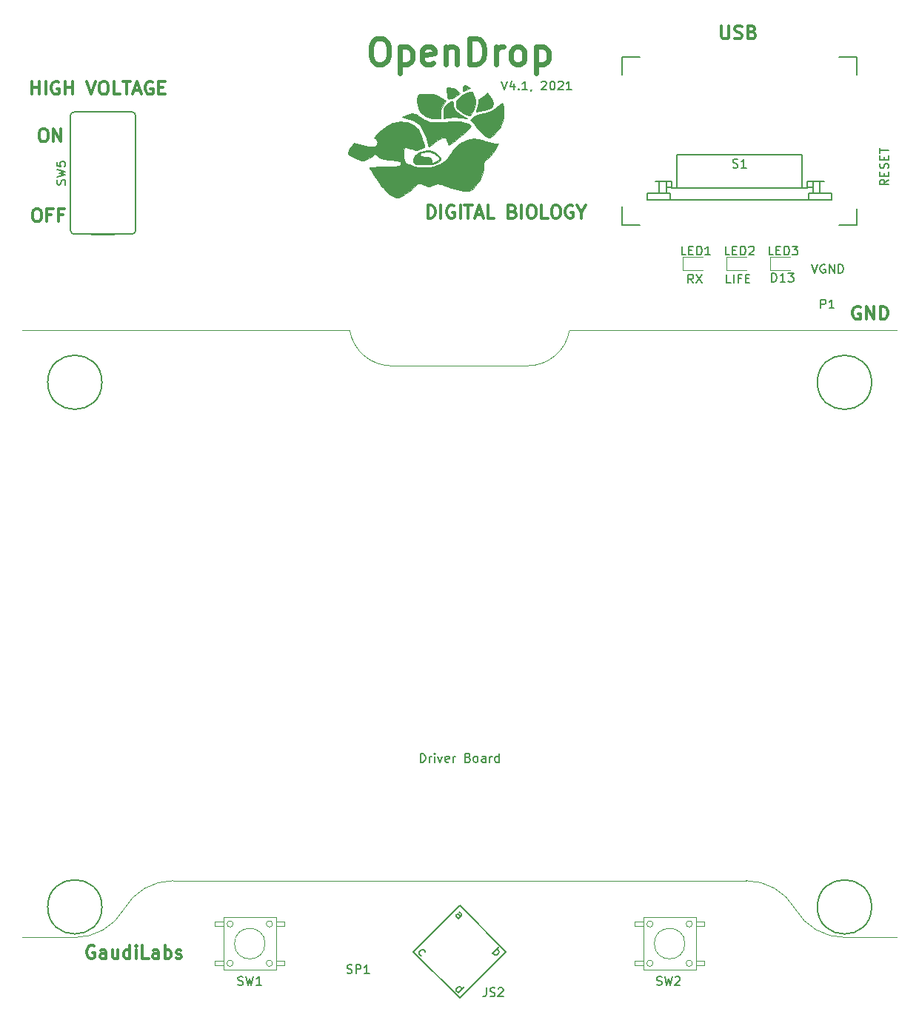
<source format=gbr>
G04 #@! TF.GenerationSoftware,KiCad,Pcbnew,5.1.5+dfsg1-2build2*
G04 #@! TF.CreationDate,2021-05-28T09:23:46+02:00*
G04 #@! TF.ProjectId,OpenDropV4,4f70656e-4472-46f7-9056-342e6b696361,rev?*
G04 #@! TF.SameCoordinates,Original*
G04 #@! TF.FileFunction,Legend,Top*
G04 #@! TF.FilePolarity,Positive*
%FSLAX46Y46*%
G04 Gerber Fmt 4.6, Leading zero omitted, Abs format (unit mm)*
G04 Created by KiCad (PCBNEW 5.1.5+dfsg1-2build2) date 2021-05-28 09:23:46*
%MOMM*%
%LPD*%
G04 APERTURE LIST*
%ADD10C,0.100000*%
%ADD11C,0.150000*%
%ADD12C,0.200000*%
%ADD13C,0.300000*%
%ADD14C,0.600000*%
%ADD15C,0.010000*%
%ADD16C,0.050000*%
%ADD17C,0.152400*%
%ADD18C,0.120000*%
G04 APERTURE END LIST*
D10*
X112600000Y-68000000D02*
X150000000Y-68000000D01*
X107716827Y-72115336D02*
G75*
G03X112570000Y-68027000I33173J4885336D01*
G01*
X92250000Y-72100000D02*
X107700000Y-72120000D01*
X92278753Y-72121673D02*
G75*
G02X87427000Y-68027000I-28753J4887673D01*
G01*
D11*
X95523809Y-117452380D02*
X95523809Y-116452380D01*
X95761904Y-116452380D01*
X95904761Y-116500000D01*
X96000000Y-116595238D01*
X96047619Y-116690476D01*
X96095238Y-116880952D01*
X96095238Y-117023809D01*
X96047619Y-117214285D01*
X96000000Y-117309523D01*
X95904761Y-117404761D01*
X95761904Y-117452380D01*
X95523809Y-117452380D01*
X96523809Y-117452380D02*
X96523809Y-116785714D01*
X96523809Y-116976190D02*
X96571428Y-116880952D01*
X96619047Y-116833333D01*
X96714285Y-116785714D01*
X96809523Y-116785714D01*
X97142857Y-117452380D02*
X97142857Y-116785714D01*
X97142857Y-116452380D02*
X97095238Y-116500000D01*
X97142857Y-116547619D01*
X97190476Y-116500000D01*
X97142857Y-116452380D01*
X97142857Y-116547619D01*
X97523809Y-116785714D02*
X97761904Y-117452380D01*
X98000000Y-116785714D01*
X98761904Y-117404761D02*
X98666666Y-117452380D01*
X98476190Y-117452380D01*
X98380952Y-117404761D01*
X98333333Y-117309523D01*
X98333333Y-116928571D01*
X98380952Y-116833333D01*
X98476190Y-116785714D01*
X98666666Y-116785714D01*
X98761904Y-116833333D01*
X98809523Y-116928571D01*
X98809523Y-117023809D01*
X98333333Y-117119047D01*
X99238095Y-117452380D02*
X99238095Y-116785714D01*
X99238095Y-116976190D02*
X99285714Y-116880952D01*
X99333333Y-116833333D01*
X99428571Y-116785714D01*
X99523809Y-116785714D01*
X100952380Y-116928571D02*
X101095238Y-116976190D01*
X101142857Y-117023809D01*
X101190476Y-117119047D01*
X101190476Y-117261904D01*
X101142857Y-117357142D01*
X101095238Y-117404761D01*
X101000000Y-117452380D01*
X100619047Y-117452380D01*
X100619047Y-116452380D01*
X100952380Y-116452380D01*
X101047619Y-116500000D01*
X101095238Y-116547619D01*
X101142857Y-116642857D01*
X101142857Y-116738095D01*
X101095238Y-116833333D01*
X101047619Y-116880952D01*
X100952380Y-116928571D01*
X100619047Y-116928571D01*
X101761904Y-117452380D02*
X101666666Y-117404761D01*
X101619047Y-117357142D01*
X101571428Y-117261904D01*
X101571428Y-116976190D01*
X101619047Y-116880952D01*
X101666666Y-116833333D01*
X101761904Y-116785714D01*
X101904761Y-116785714D01*
X102000000Y-116833333D01*
X102047619Y-116880952D01*
X102095238Y-116976190D01*
X102095238Y-117261904D01*
X102047619Y-117357142D01*
X102000000Y-117404761D01*
X101904761Y-117452380D01*
X101761904Y-117452380D01*
X102952380Y-117452380D02*
X102952380Y-116928571D01*
X102904761Y-116833333D01*
X102809523Y-116785714D01*
X102619047Y-116785714D01*
X102523809Y-116833333D01*
X102952380Y-117404761D02*
X102857142Y-117452380D01*
X102619047Y-117452380D01*
X102523809Y-117404761D01*
X102476190Y-117309523D01*
X102476190Y-117214285D01*
X102523809Y-117119047D01*
X102619047Y-117071428D01*
X102857142Y-117071428D01*
X102952380Y-117023809D01*
X103428571Y-117452380D02*
X103428571Y-116785714D01*
X103428571Y-116976190D02*
X103476190Y-116880952D01*
X103523809Y-116833333D01*
X103619047Y-116785714D01*
X103714285Y-116785714D01*
X104476190Y-117452380D02*
X104476190Y-116452380D01*
X104476190Y-117404761D02*
X104380952Y-117452380D01*
X104190476Y-117452380D01*
X104095238Y-117404761D01*
X104047619Y-117357142D01*
X104000000Y-117261904D01*
X104000000Y-116976190D01*
X104047619Y-116880952D01*
X104095238Y-116833333D01*
X104190476Y-116785714D01*
X104380952Y-116785714D01*
X104476190Y-116833333D01*
D10*
X144000000Y-137500000D02*
X150000000Y-137500000D01*
X132750417Y-130999277D02*
G75*
G02X138380000Y-134250000I-417J-6500723D01*
G01*
X144004583Y-137492062D02*
G75*
G02X138380000Y-134250000I-4583J6492062D01*
G01*
X61620835Y-134250000D02*
G75*
G02X67250000Y-131000000I5629165J-3250000D01*
G01*
X61629165Y-134250000D02*
G75*
G02X56000000Y-137500000I-5629165J3250000D01*
G01*
X50000000Y-137500000D02*
X56000000Y-137500000D01*
X67240000Y-131000000D02*
X132760000Y-131000000D01*
D11*
X149042380Y-50814380D02*
X148566190Y-51147714D01*
X149042380Y-51385809D02*
X148042380Y-51385809D01*
X148042380Y-51004857D01*
X148090000Y-50909619D01*
X148137619Y-50862000D01*
X148232857Y-50814380D01*
X148375714Y-50814380D01*
X148470952Y-50862000D01*
X148518571Y-50909619D01*
X148566190Y-51004857D01*
X148566190Y-51385809D01*
X148518571Y-50385809D02*
X148518571Y-50052476D01*
X149042380Y-49909619D02*
X149042380Y-50385809D01*
X148042380Y-50385809D01*
X148042380Y-49909619D01*
X148994761Y-49528666D02*
X149042380Y-49385809D01*
X149042380Y-49147714D01*
X148994761Y-49052476D01*
X148947142Y-49004857D01*
X148851904Y-48957238D01*
X148756666Y-48957238D01*
X148661428Y-49004857D01*
X148613809Y-49052476D01*
X148566190Y-49147714D01*
X148518571Y-49338190D01*
X148470952Y-49433428D01*
X148423333Y-49481047D01*
X148328095Y-49528666D01*
X148232857Y-49528666D01*
X148137619Y-49481047D01*
X148090000Y-49433428D01*
X148042380Y-49338190D01*
X148042380Y-49100095D01*
X148090000Y-48957238D01*
X148518571Y-48528666D02*
X148518571Y-48195333D01*
X149042380Y-48052476D02*
X149042380Y-48528666D01*
X148042380Y-48528666D01*
X148042380Y-48052476D01*
X148042380Y-47766761D02*
X148042380Y-47195333D01*
X149042380Y-47481047D02*
X148042380Y-47481047D01*
D12*
X140255857Y-60498380D02*
X140589190Y-61498380D01*
X140922523Y-60498380D01*
X141779666Y-60546000D02*
X141684428Y-60498380D01*
X141541571Y-60498380D01*
X141398714Y-60546000D01*
X141303476Y-60641238D01*
X141255857Y-60736476D01*
X141208238Y-60926952D01*
X141208238Y-61069809D01*
X141255857Y-61260285D01*
X141303476Y-61355523D01*
X141398714Y-61450761D01*
X141541571Y-61498380D01*
X141636809Y-61498380D01*
X141779666Y-61450761D01*
X141827285Y-61403142D01*
X141827285Y-61069809D01*
X141636809Y-61069809D01*
X142255857Y-61498380D02*
X142255857Y-60498380D01*
X142827285Y-61498380D01*
X142827285Y-60498380D01*
X143303476Y-61498380D02*
X143303476Y-60498380D01*
X143541571Y-60498380D01*
X143684428Y-60546000D01*
X143779666Y-60641238D01*
X143827285Y-60736476D01*
X143874904Y-60926952D01*
X143874904Y-61069809D01*
X143827285Y-61260285D01*
X143779666Y-61355523D01*
X143684428Y-61450761D01*
X143541571Y-61498380D01*
X143303476Y-61498380D01*
X135691714Y-62514380D02*
X135691714Y-61514380D01*
X135929809Y-61514380D01*
X136072666Y-61562000D01*
X136167904Y-61657238D01*
X136215523Y-61752476D01*
X136263142Y-61942952D01*
X136263142Y-62085809D01*
X136215523Y-62276285D01*
X136167904Y-62371523D01*
X136072666Y-62466761D01*
X135929809Y-62514380D01*
X135691714Y-62514380D01*
X137215523Y-62514380D02*
X136644095Y-62514380D01*
X136929809Y-62514380D02*
X136929809Y-61514380D01*
X136834571Y-61657238D01*
X136739333Y-61752476D01*
X136644095Y-61800095D01*
X137548857Y-61514380D02*
X138167904Y-61514380D01*
X137834571Y-61895333D01*
X137977428Y-61895333D01*
X138072666Y-61942952D01*
X138120285Y-61990571D01*
X138167904Y-62085809D01*
X138167904Y-62323904D01*
X138120285Y-62419142D01*
X138072666Y-62466761D01*
X137977428Y-62514380D01*
X137691714Y-62514380D01*
X137596476Y-62466761D01*
X137548857Y-62419142D01*
X131016476Y-62641380D02*
X130540285Y-62641380D01*
X130540285Y-61641380D01*
X131349809Y-62641380D02*
X131349809Y-61641380D01*
X132159333Y-62117571D02*
X131826000Y-62117571D01*
X131826000Y-62641380D02*
X131826000Y-61641380D01*
X132302190Y-61641380D01*
X132683142Y-62117571D02*
X133016476Y-62117571D01*
X133159333Y-62641380D02*
X132683142Y-62641380D01*
X132683142Y-61641380D01*
X133159333Y-61641380D01*
D13*
X129933142Y-33214571D02*
X129933142Y-34428857D01*
X130004571Y-34571714D01*
X130076000Y-34643142D01*
X130218857Y-34714571D01*
X130504571Y-34714571D01*
X130647428Y-34643142D01*
X130718857Y-34571714D01*
X130790285Y-34428857D01*
X130790285Y-33214571D01*
X131433142Y-34643142D02*
X131647428Y-34714571D01*
X132004571Y-34714571D01*
X132147428Y-34643142D01*
X132218857Y-34571714D01*
X132290285Y-34428857D01*
X132290285Y-34286000D01*
X132218857Y-34143142D01*
X132147428Y-34071714D01*
X132004571Y-34000285D01*
X131718857Y-33928857D01*
X131576000Y-33857428D01*
X131504571Y-33786000D01*
X131433142Y-33643142D01*
X131433142Y-33500285D01*
X131504571Y-33357428D01*
X131576000Y-33286000D01*
X131718857Y-33214571D01*
X132076000Y-33214571D01*
X132290285Y-33286000D01*
X133433142Y-33928857D02*
X133647428Y-34000285D01*
X133718857Y-34071714D01*
X133790285Y-34214571D01*
X133790285Y-34428857D01*
X133718857Y-34571714D01*
X133647428Y-34643142D01*
X133504571Y-34714571D01*
X132933142Y-34714571D01*
X132933142Y-33214571D01*
X133433142Y-33214571D01*
X133576000Y-33286000D01*
X133647428Y-33357428D01*
X133718857Y-33500285D01*
X133718857Y-33643142D01*
X133647428Y-33786000D01*
X133576000Y-33857428D01*
X133433142Y-33928857D01*
X132933142Y-33928857D01*
X58217571Y-138493000D02*
X58074714Y-138421571D01*
X57860428Y-138421571D01*
X57646142Y-138493000D01*
X57503285Y-138635857D01*
X57431857Y-138778714D01*
X57360428Y-139064428D01*
X57360428Y-139278714D01*
X57431857Y-139564428D01*
X57503285Y-139707285D01*
X57646142Y-139850142D01*
X57860428Y-139921571D01*
X58003285Y-139921571D01*
X58217571Y-139850142D01*
X58289000Y-139778714D01*
X58289000Y-139278714D01*
X58003285Y-139278714D01*
X59574714Y-139921571D02*
X59574714Y-139135857D01*
X59503285Y-138993000D01*
X59360428Y-138921571D01*
X59074714Y-138921571D01*
X58931857Y-138993000D01*
X59574714Y-139850142D02*
X59431857Y-139921571D01*
X59074714Y-139921571D01*
X58931857Y-139850142D01*
X58860428Y-139707285D01*
X58860428Y-139564428D01*
X58931857Y-139421571D01*
X59074714Y-139350142D01*
X59431857Y-139350142D01*
X59574714Y-139278714D01*
X60931857Y-138921571D02*
X60931857Y-139921571D01*
X60289000Y-138921571D02*
X60289000Y-139707285D01*
X60360428Y-139850142D01*
X60503285Y-139921571D01*
X60717571Y-139921571D01*
X60860428Y-139850142D01*
X60931857Y-139778714D01*
X62289000Y-139921571D02*
X62289000Y-138421571D01*
X62289000Y-139850142D02*
X62146142Y-139921571D01*
X61860428Y-139921571D01*
X61717571Y-139850142D01*
X61646142Y-139778714D01*
X61574714Y-139635857D01*
X61574714Y-139207285D01*
X61646142Y-139064428D01*
X61717571Y-138993000D01*
X61860428Y-138921571D01*
X62146142Y-138921571D01*
X62289000Y-138993000D01*
X63003285Y-139921571D02*
X63003285Y-138921571D01*
X63003285Y-138421571D02*
X62931857Y-138493000D01*
X63003285Y-138564428D01*
X63074714Y-138493000D01*
X63003285Y-138421571D01*
X63003285Y-138564428D01*
X64431857Y-139921571D02*
X63717571Y-139921571D01*
X63717571Y-138421571D01*
X65574714Y-139921571D02*
X65574714Y-139135857D01*
X65503285Y-138993000D01*
X65360428Y-138921571D01*
X65074714Y-138921571D01*
X64931857Y-138993000D01*
X65574714Y-139850142D02*
X65431857Y-139921571D01*
X65074714Y-139921571D01*
X64931857Y-139850142D01*
X64860428Y-139707285D01*
X64860428Y-139564428D01*
X64931857Y-139421571D01*
X65074714Y-139350142D01*
X65431857Y-139350142D01*
X65574714Y-139278714D01*
X66289000Y-139921571D02*
X66289000Y-138421571D01*
X66289000Y-138993000D02*
X66431857Y-138921571D01*
X66717571Y-138921571D01*
X66860428Y-138993000D01*
X66931857Y-139064428D01*
X67003285Y-139207285D01*
X67003285Y-139635857D01*
X66931857Y-139778714D01*
X66860428Y-139850142D01*
X66717571Y-139921571D01*
X66431857Y-139921571D01*
X66289000Y-139850142D01*
X67574714Y-139850142D02*
X67717571Y-139921571D01*
X68003285Y-139921571D01*
X68146142Y-139850142D01*
X68217571Y-139707285D01*
X68217571Y-139635857D01*
X68146142Y-139493000D01*
X68003285Y-139421571D01*
X67789000Y-139421571D01*
X67646142Y-139350142D01*
X67574714Y-139207285D01*
X67574714Y-139135857D01*
X67646142Y-138993000D01*
X67789000Y-138921571D01*
X68003285Y-138921571D01*
X68146142Y-138993000D01*
D12*
X104791380Y-39543380D02*
X105124714Y-40543380D01*
X105458047Y-39543380D01*
X106219952Y-39876714D02*
X106219952Y-40543380D01*
X105981857Y-39495761D02*
X105743761Y-40210047D01*
X106362809Y-40210047D01*
X106743761Y-40448142D02*
X106791380Y-40495761D01*
X106743761Y-40543380D01*
X106696142Y-40495761D01*
X106743761Y-40448142D01*
X106743761Y-40543380D01*
X107743761Y-40543380D02*
X107172333Y-40543380D01*
X107458047Y-40543380D02*
X107458047Y-39543380D01*
X107362809Y-39686238D01*
X107267571Y-39781476D01*
X107172333Y-39829095D01*
X108219952Y-40495761D02*
X108219952Y-40543380D01*
X108172333Y-40638619D01*
X108124714Y-40686238D01*
X109362809Y-39638619D02*
X109410428Y-39591000D01*
X109505666Y-39543380D01*
X109743761Y-39543380D01*
X109839000Y-39591000D01*
X109886619Y-39638619D01*
X109934238Y-39733857D01*
X109934238Y-39829095D01*
X109886619Y-39971952D01*
X109315190Y-40543380D01*
X109934238Y-40543380D01*
X110553285Y-39543380D02*
X110648523Y-39543380D01*
X110743761Y-39591000D01*
X110791380Y-39638619D01*
X110839000Y-39733857D01*
X110886619Y-39924333D01*
X110886619Y-40162428D01*
X110839000Y-40352904D01*
X110791380Y-40448142D01*
X110743761Y-40495761D01*
X110648523Y-40543380D01*
X110553285Y-40543380D01*
X110458047Y-40495761D01*
X110410428Y-40448142D01*
X110362809Y-40352904D01*
X110315190Y-40162428D01*
X110315190Y-39924333D01*
X110362809Y-39733857D01*
X110410428Y-39638619D01*
X110458047Y-39591000D01*
X110553285Y-39543380D01*
X111267571Y-39638619D02*
X111315190Y-39591000D01*
X111410428Y-39543380D01*
X111648523Y-39543380D01*
X111743761Y-39591000D01*
X111791380Y-39638619D01*
X111839000Y-39733857D01*
X111839000Y-39829095D01*
X111791380Y-39971952D01*
X111219952Y-40543380D01*
X111839000Y-40543380D01*
X112791380Y-40543380D02*
X112219952Y-40543380D01*
X112505666Y-40543380D02*
X112505666Y-39543380D01*
X112410428Y-39686238D01*
X112315190Y-39781476D01*
X112219952Y-39829095D01*
D13*
X145796142Y-65376000D02*
X145653285Y-65304571D01*
X145439000Y-65304571D01*
X145224714Y-65376000D01*
X145081857Y-65518857D01*
X145010428Y-65661714D01*
X144939000Y-65947428D01*
X144939000Y-66161714D01*
X145010428Y-66447428D01*
X145081857Y-66590285D01*
X145224714Y-66733142D01*
X145439000Y-66804571D01*
X145581857Y-66804571D01*
X145796142Y-66733142D01*
X145867571Y-66661714D01*
X145867571Y-66161714D01*
X145581857Y-66161714D01*
X146510428Y-66804571D02*
X146510428Y-65304571D01*
X147367571Y-66804571D01*
X147367571Y-65304571D01*
X148081857Y-66804571D02*
X148081857Y-65304571D01*
X148439000Y-65304571D01*
X148653285Y-65376000D01*
X148796142Y-65518857D01*
X148867571Y-65661714D01*
X148939000Y-65947428D01*
X148939000Y-66161714D01*
X148867571Y-66447428D01*
X148796142Y-66590285D01*
X148653285Y-66733142D01*
X148439000Y-66804571D01*
X148081857Y-66804571D01*
D12*
X126706333Y-62641380D02*
X126373000Y-62165190D01*
X126134904Y-62641380D02*
X126134904Y-61641380D01*
X126515857Y-61641380D01*
X126611095Y-61689000D01*
X126658714Y-61736619D01*
X126706333Y-61831857D01*
X126706333Y-61974714D01*
X126658714Y-62069952D01*
X126611095Y-62117571D01*
X126515857Y-62165190D01*
X126134904Y-62165190D01*
X127039666Y-61641380D02*
X127706333Y-62641380D01*
X127706333Y-61641380D02*
X127039666Y-62641380D01*
D13*
X51530428Y-54128571D02*
X51816142Y-54128571D01*
X51959000Y-54200000D01*
X52101857Y-54342857D01*
X52173285Y-54628571D01*
X52173285Y-55128571D01*
X52101857Y-55414285D01*
X51959000Y-55557142D01*
X51816142Y-55628571D01*
X51530428Y-55628571D01*
X51387571Y-55557142D01*
X51244714Y-55414285D01*
X51173285Y-55128571D01*
X51173285Y-54628571D01*
X51244714Y-54342857D01*
X51387571Y-54200000D01*
X51530428Y-54128571D01*
X53316142Y-54842857D02*
X52816142Y-54842857D01*
X52816142Y-55628571D02*
X52816142Y-54128571D01*
X53530428Y-54128571D01*
X54601857Y-54842857D02*
X54101857Y-54842857D01*
X54101857Y-55628571D02*
X54101857Y-54128571D01*
X54816142Y-54128571D01*
X52284428Y-44984571D02*
X52570142Y-44984571D01*
X52713000Y-45056000D01*
X52855857Y-45198857D01*
X52927285Y-45484571D01*
X52927285Y-45984571D01*
X52855857Y-46270285D01*
X52713000Y-46413142D01*
X52570142Y-46484571D01*
X52284428Y-46484571D01*
X52141571Y-46413142D01*
X51998714Y-46270285D01*
X51927285Y-45984571D01*
X51927285Y-45484571D01*
X51998714Y-45198857D01*
X52141571Y-45056000D01*
X52284428Y-44984571D01*
X53570142Y-46484571D02*
X53570142Y-44984571D01*
X54427285Y-46484571D01*
X54427285Y-44984571D01*
X51102571Y-41064571D02*
X51102571Y-39564571D01*
X51102571Y-40278857D02*
X51959714Y-40278857D01*
X51959714Y-41064571D02*
X51959714Y-39564571D01*
X52674000Y-41064571D02*
X52674000Y-39564571D01*
X54174000Y-39636000D02*
X54031142Y-39564571D01*
X53816857Y-39564571D01*
X53602571Y-39636000D01*
X53459714Y-39778857D01*
X53388285Y-39921714D01*
X53316857Y-40207428D01*
X53316857Y-40421714D01*
X53388285Y-40707428D01*
X53459714Y-40850285D01*
X53602571Y-40993142D01*
X53816857Y-41064571D01*
X53959714Y-41064571D01*
X54174000Y-40993142D01*
X54245428Y-40921714D01*
X54245428Y-40421714D01*
X53959714Y-40421714D01*
X54888285Y-41064571D02*
X54888285Y-39564571D01*
X54888285Y-40278857D02*
X55745428Y-40278857D01*
X55745428Y-41064571D02*
X55745428Y-39564571D01*
X57388285Y-39564571D02*
X57888285Y-41064571D01*
X58388285Y-39564571D01*
X59174000Y-39564571D02*
X59459714Y-39564571D01*
X59602571Y-39636000D01*
X59745428Y-39778857D01*
X59816857Y-40064571D01*
X59816857Y-40564571D01*
X59745428Y-40850285D01*
X59602571Y-40993142D01*
X59459714Y-41064571D01*
X59174000Y-41064571D01*
X59031142Y-40993142D01*
X58888285Y-40850285D01*
X58816857Y-40564571D01*
X58816857Y-40064571D01*
X58888285Y-39778857D01*
X59031142Y-39636000D01*
X59174000Y-39564571D01*
X61174000Y-41064571D02*
X60459714Y-41064571D01*
X60459714Y-39564571D01*
X61459714Y-39564571D02*
X62316857Y-39564571D01*
X61888285Y-41064571D02*
X61888285Y-39564571D01*
X62745428Y-40636000D02*
X63459714Y-40636000D01*
X62602571Y-41064571D02*
X63102571Y-39564571D01*
X63602571Y-41064571D01*
X64888285Y-39636000D02*
X64745428Y-39564571D01*
X64531142Y-39564571D01*
X64316857Y-39636000D01*
X64174000Y-39778857D01*
X64102571Y-39921714D01*
X64031142Y-40207428D01*
X64031142Y-40421714D01*
X64102571Y-40707428D01*
X64174000Y-40850285D01*
X64316857Y-40993142D01*
X64531142Y-41064571D01*
X64674000Y-41064571D01*
X64888285Y-40993142D01*
X64959714Y-40921714D01*
X64959714Y-40421714D01*
X64674000Y-40421714D01*
X65602571Y-40278857D02*
X66102571Y-40278857D01*
X66316857Y-41064571D02*
X65602571Y-41064571D01*
X65602571Y-39564571D01*
X66316857Y-39564571D01*
D14*
X90571428Y-34638142D02*
X91142857Y-34638142D01*
X91428571Y-34781000D01*
X91714285Y-35066714D01*
X91857142Y-35638142D01*
X91857142Y-36638142D01*
X91714285Y-37209571D01*
X91428571Y-37495285D01*
X91142857Y-37638142D01*
X90571428Y-37638142D01*
X90285714Y-37495285D01*
X90000000Y-37209571D01*
X89857142Y-36638142D01*
X89857142Y-35638142D01*
X90000000Y-35066714D01*
X90285714Y-34781000D01*
X90571428Y-34638142D01*
X93142857Y-35638142D02*
X93142857Y-38638142D01*
X93142857Y-35781000D02*
X93428571Y-35638142D01*
X94000000Y-35638142D01*
X94285714Y-35781000D01*
X94428571Y-35923857D01*
X94571428Y-36209571D01*
X94571428Y-37066714D01*
X94428571Y-37352428D01*
X94285714Y-37495285D01*
X94000000Y-37638142D01*
X93428571Y-37638142D01*
X93142857Y-37495285D01*
X97000000Y-37495285D02*
X96714285Y-37638142D01*
X96142857Y-37638142D01*
X95857142Y-37495285D01*
X95714285Y-37209571D01*
X95714285Y-36066714D01*
X95857142Y-35781000D01*
X96142857Y-35638142D01*
X96714285Y-35638142D01*
X97000000Y-35781000D01*
X97142857Y-36066714D01*
X97142857Y-36352428D01*
X95714285Y-36638142D01*
X98428571Y-35638142D02*
X98428571Y-37638142D01*
X98428571Y-35923857D02*
X98571428Y-35781000D01*
X98857142Y-35638142D01*
X99285714Y-35638142D01*
X99571428Y-35781000D01*
X99714285Y-36066714D01*
X99714285Y-37638142D01*
X101142857Y-37638142D02*
X101142857Y-34638142D01*
X101857142Y-34638142D01*
X102285714Y-34781000D01*
X102571428Y-35066714D01*
X102714285Y-35352428D01*
X102857142Y-35923857D01*
X102857142Y-36352428D01*
X102714285Y-36923857D01*
X102571428Y-37209571D01*
X102285714Y-37495285D01*
X101857142Y-37638142D01*
X101142857Y-37638142D01*
X104142857Y-37638142D02*
X104142857Y-35638142D01*
X104142857Y-36209571D02*
X104285714Y-35923857D01*
X104428571Y-35781000D01*
X104714285Y-35638142D01*
X105000000Y-35638142D01*
X106428571Y-37638142D02*
X106142857Y-37495285D01*
X106000000Y-37352428D01*
X105857142Y-37066714D01*
X105857142Y-36209571D01*
X106000000Y-35923857D01*
X106142857Y-35781000D01*
X106428571Y-35638142D01*
X106857142Y-35638142D01*
X107142857Y-35781000D01*
X107285714Y-35923857D01*
X107428571Y-36209571D01*
X107428571Y-37066714D01*
X107285714Y-37352428D01*
X107142857Y-37495285D01*
X106857142Y-37638142D01*
X106428571Y-37638142D01*
X108714285Y-35638142D02*
X108714285Y-38638142D01*
X108714285Y-35781000D02*
X109000000Y-35638142D01*
X109571428Y-35638142D01*
X109857142Y-35781000D01*
X110000000Y-35923857D01*
X110142857Y-36209571D01*
X110142857Y-37066714D01*
X110000000Y-37352428D01*
X109857142Y-37495285D01*
X109571428Y-37638142D01*
X109000000Y-37638142D01*
X108714285Y-37495285D01*
D13*
X96354428Y-55247571D02*
X96354428Y-53747571D01*
X96711571Y-53747571D01*
X96925857Y-53819000D01*
X97068714Y-53961857D01*
X97140142Y-54104714D01*
X97211571Y-54390428D01*
X97211571Y-54604714D01*
X97140142Y-54890428D01*
X97068714Y-55033285D01*
X96925857Y-55176142D01*
X96711571Y-55247571D01*
X96354428Y-55247571D01*
X97854428Y-55247571D02*
X97854428Y-53747571D01*
X99354428Y-53819000D02*
X99211571Y-53747571D01*
X98997285Y-53747571D01*
X98783000Y-53819000D01*
X98640142Y-53961857D01*
X98568714Y-54104714D01*
X98497285Y-54390428D01*
X98497285Y-54604714D01*
X98568714Y-54890428D01*
X98640142Y-55033285D01*
X98783000Y-55176142D01*
X98997285Y-55247571D01*
X99140142Y-55247571D01*
X99354428Y-55176142D01*
X99425857Y-55104714D01*
X99425857Y-54604714D01*
X99140142Y-54604714D01*
X100068714Y-55247571D02*
X100068714Y-53747571D01*
X100568714Y-53747571D02*
X101425857Y-53747571D01*
X100997285Y-55247571D02*
X100997285Y-53747571D01*
X101854428Y-54819000D02*
X102568714Y-54819000D01*
X101711571Y-55247571D02*
X102211571Y-53747571D01*
X102711571Y-55247571D01*
X103925857Y-55247571D02*
X103211571Y-55247571D01*
X103211571Y-53747571D01*
X106068714Y-54461857D02*
X106283000Y-54533285D01*
X106354428Y-54604714D01*
X106425857Y-54747571D01*
X106425857Y-54961857D01*
X106354428Y-55104714D01*
X106283000Y-55176142D01*
X106140142Y-55247571D01*
X105568714Y-55247571D01*
X105568714Y-53747571D01*
X106068714Y-53747571D01*
X106211571Y-53819000D01*
X106283000Y-53890428D01*
X106354428Y-54033285D01*
X106354428Y-54176142D01*
X106283000Y-54319000D01*
X106211571Y-54390428D01*
X106068714Y-54461857D01*
X105568714Y-54461857D01*
X107068714Y-55247571D02*
X107068714Y-53747571D01*
X108068714Y-53747571D02*
X108354428Y-53747571D01*
X108497285Y-53819000D01*
X108640142Y-53961857D01*
X108711571Y-54247571D01*
X108711571Y-54747571D01*
X108640142Y-55033285D01*
X108497285Y-55176142D01*
X108354428Y-55247571D01*
X108068714Y-55247571D01*
X107925857Y-55176142D01*
X107783000Y-55033285D01*
X107711571Y-54747571D01*
X107711571Y-54247571D01*
X107783000Y-53961857D01*
X107925857Y-53819000D01*
X108068714Y-53747571D01*
X110068714Y-55247571D02*
X109354428Y-55247571D01*
X109354428Y-53747571D01*
X110854428Y-53747571D02*
X111140142Y-53747571D01*
X111283000Y-53819000D01*
X111425857Y-53961857D01*
X111497285Y-54247571D01*
X111497285Y-54747571D01*
X111425857Y-55033285D01*
X111283000Y-55176142D01*
X111140142Y-55247571D01*
X110854428Y-55247571D01*
X110711571Y-55176142D01*
X110568714Y-55033285D01*
X110497285Y-54747571D01*
X110497285Y-54247571D01*
X110568714Y-53961857D01*
X110711571Y-53819000D01*
X110854428Y-53747571D01*
X112925857Y-53819000D02*
X112783000Y-53747571D01*
X112568714Y-53747571D01*
X112354428Y-53819000D01*
X112211571Y-53961857D01*
X112140142Y-54104714D01*
X112068714Y-54390428D01*
X112068714Y-54604714D01*
X112140142Y-54890428D01*
X112211571Y-55033285D01*
X112354428Y-55176142D01*
X112568714Y-55247571D01*
X112711571Y-55247571D01*
X112925857Y-55176142D01*
X112997285Y-55104714D01*
X112997285Y-54604714D01*
X112711571Y-54604714D01*
X113925857Y-54533285D02*
X113925857Y-55247571D01*
X113425857Y-53747571D02*
X113925857Y-54533285D01*
X114425857Y-53747571D01*
D10*
X50000000Y-68000000D02*
X87440000Y-68000000D01*
D11*
X59100000Y-134000000D02*
G75*
G03X59100000Y-134000000I-3100000J0D01*
G01*
D15*
G36*
X100639585Y-40006138D02*
G01*
X100788163Y-40086581D01*
X100923026Y-40175785D01*
X101223906Y-40389703D01*
X100820101Y-40526101D01*
X100609382Y-40595253D01*
X100448386Y-40644331D01*
X100373148Y-40662500D01*
X100342111Y-40607636D01*
X100330936Y-40487875D01*
X100359982Y-40301548D01*
X100430541Y-40123704D01*
X100520543Y-40003893D01*
X100555448Y-39983823D01*
X100639585Y-40006138D01*
G37*
X100639585Y-40006138D02*
X100788163Y-40086581D01*
X100923026Y-40175785D01*
X101223906Y-40389703D01*
X100820101Y-40526101D01*
X100609382Y-40595253D01*
X100448386Y-40644331D01*
X100373148Y-40662500D01*
X100342111Y-40607636D01*
X100330936Y-40487875D01*
X100359982Y-40301548D01*
X100430541Y-40123704D01*
X100520543Y-40003893D01*
X100555448Y-39983823D01*
X100639585Y-40006138D01*
G36*
X98821389Y-40257366D02*
G01*
X99036131Y-40307818D01*
X99260880Y-40375955D01*
X99459304Y-40452887D01*
X99504500Y-40474441D01*
X99698810Y-40596271D01*
X99870018Y-40740370D01*
X99879730Y-40750544D01*
X100032710Y-40914448D01*
X99725997Y-41185349D01*
X99462143Y-41383071D01*
X99221889Y-41482459D01*
X99160266Y-41494134D01*
X98968617Y-41529388D01*
X98819104Y-41569155D01*
X98796486Y-41577862D01*
X98717479Y-41580423D01*
X98652708Y-41492440D01*
X98610167Y-41381227D01*
X98572210Y-41212582D01*
X98544851Y-40985891D01*
X98529496Y-40738375D01*
X98527552Y-40507255D01*
X98540424Y-40329751D01*
X98567248Y-40245084D01*
X98652984Y-40233491D01*
X98821389Y-40257366D01*
G37*
X98821389Y-40257366D02*
X99036131Y-40307818D01*
X99260880Y-40375955D01*
X99459304Y-40452887D01*
X99504500Y-40474441D01*
X99698810Y-40596271D01*
X99870018Y-40740370D01*
X99879730Y-40750544D01*
X100032710Y-40914448D01*
X99725997Y-41185349D01*
X99462143Y-41383071D01*
X99221889Y-41482459D01*
X99160266Y-41494134D01*
X98968617Y-41529388D01*
X98819104Y-41569155D01*
X98796486Y-41577862D01*
X98717479Y-41580423D01*
X98652708Y-41492440D01*
X98610167Y-41381227D01*
X98572210Y-41212582D01*
X98544851Y-40985891D01*
X98529496Y-40738375D01*
X98527552Y-40507255D01*
X98540424Y-40329751D01*
X98567248Y-40245084D01*
X98652984Y-40233491D01*
X98821389Y-40257366D01*
G36*
X103359911Y-41139358D02*
G01*
X103618027Y-41477048D01*
X103766620Y-41778423D01*
X103810975Y-42061468D01*
X103756377Y-42344168D01*
X103732252Y-42406572D01*
X103649368Y-42553144D01*
X103525896Y-42666189D01*
X103340696Y-42755686D01*
X103072627Y-42831617D01*
X102700550Y-42903965D01*
X102666567Y-42909743D01*
X102390282Y-42958674D01*
X102153353Y-43004854D01*
X101989264Y-43041549D01*
X101941168Y-43055637D01*
X101865486Y-43067627D01*
X101874335Y-42995543D01*
X101882358Y-42975399D01*
X102037641Y-42498286D01*
X102105722Y-42044920D01*
X102108000Y-41955010D01*
X102113164Y-41756238D01*
X102142521Y-41643529D01*
X102216860Y-41575990D01*
X102326415Y-41525444D01*
X102493276Y-41431479D01*
X102696902Y-41283758D01*
X102842203Y-41160076D01*
X103139576Y-40885967D01*
X103359911Y-41139358D01*
G37*
X103359911Y-41139358D02*
X103618027Y-41477048D01*
X103766620Y-41778423D01*
X103810975Y-42061468D01*
X103756377Y-42344168D01*
X103732252Y-42406572D01*
X103649368Y-42553144D01*
X103525896Y-42666189D01*
X103340696Y-42755686D01*
X103072627Y-42831617D01*
X102700550Y-42903965D01*
X102666567Y-42909743D01*
X102390282Y-42958674D01*
X102153353Y-43004854D01*
X101989264Y-43041549D01*
X101941168Y-43055637D01*
X101865486Y-43067627D01*
X101874335Y-42995543D01*
X101882358Y-42975399D01*
X102037641Y-42498286D01*
X102105722Y-42044920D01*
X102108000Y-41955010D01*
X102113164Y-41756238D01*
X102142521Y-41643529D01*
X102216860Y-41575990D01*
X102326415Y-41525444D01*
X102493276Y-41431479D01*
X102696902Y-41283758D01*
X102842203Y-41160076D01*
X103139576Y-40885967D01*
X103359911Y-41139358D01*
G36*
X101437067Y-40757035D02*
G01*
X101504143Y-40844775D01*
X101585322Y-41023455D01*
X101586817Y-41026930D01*
X101740238Y-41447729D01*
X101808471Y-41811992D01*
X101796969Y-42152142D01*
X101786596Y-42214698D01*
X101730431Y-42424952D01*
X101638502Y-42673579D01*
X101524820Y-42932007D01*
X101403395Y-43171666D01*
X101288238Y-43363985D01*
X101193361Y-43480394D01*
X101155500Y-43501632D01*
X101039977Y-43487227D01*
X100866701Y-43434989D01*
X100806250Y-43411800D01*
X100525236Y-43274961D01*
X100227690Y-43093706D01*
X99956072Y-42896684D01*
X99752843Y-42712545D01*
X99727767Y-42684128D01*
X99600373Y-42440970D01*
X99565647Y-42151002D01*
X99624816Y-41855547D01*
X99698685Y-41704287D01*
X99901748Y-41460444D01*
X100192519Y-41219444D01*
X100533441Y-41005039D01*
X100886953Y-40840980D01*
X101203169Y-40752916D01*
X101348580Y-40734870D01*
X101437067Y-40757035D01*
G37*
X101437067Y-40757035D02*
X101504143Y-40844775D01*
X101585322Y-41023455D01*
X101586817Y-41026930D01*
X101740238Y-41447729D01*
X101808471Y-41811992D01*
X101796969Y-42152142D01*
X101786596Y-42214698D01*
X101730431Y-42424952D01*
X101638502Y-42673579D01*
X101524820Y-42932007D01*
X101403395Y-43171666D01*
X101288238Y-43363985D01*
X101193361Y-43480394D01*
X101155500Y-43501632D01*
X101039977Y-43487227D01*
X100866701Y-43434989D01*
X100806250Y-43411800D01*
X100525236Y-43274961D01*
X100227690Y-43093706D01*
X99956072Y-42896684D01*
X99752843Y-42712545D01*
X99727767Y-42684128D01*
X99600373Y-42440970D01*
X99565647Y-42151002D01*
X99624816Y-41855547D01*
X99698685Y-41704287D01*
X99901748Y-41460444D01*
X100192519Y-41219444D01*
X100533441Y-41005039D01*
X100886953Y-40840980D01*
X101203169Y-40752916D01*
X101348580Y-40734870D01*
X101437067Y-40757035D01*
G36*
X99212427Y-41847023D02*
G01*
X99245272Y-41972603D01*
X99250500Y-42125529D01*
X99294907Y-42477074D01*
X99433717Y-42788999D01*
X99675316Y-43071404D01*
X100028088Y-43334388D01*
X100441125Y-43559699D01*
X100709297Y-43694580D01*
X100860230Y-43783474D01*
X100894349Y-43828190D01*
X100812077Y-43830538D01*
X100613839Y-43792325D01*
X100488750Y-43762827D01*
X100266543Y-43727883D01*
X99954865Y-43703960D01*
X99590818Y-43691685D01*
X99211506Y-43691685D01*
X98854031Y-43704590D01*
X98561613Y-43730236D01*
X98158477Y-43781723D01*
X98180613Y-43179115D01*
X98203221Y-42831614D01*
X98252515Y-42577336D01*
X98345363Y-42382884D01*
X98498632Y-42214859D01*
X98729189Y-42039867D01*
X98770121Y-42011875D01*
X98992359Y-41870801D01*
X99133959Y-41814470D01*
X99212427Y-41847023D01*
G37*
X99212427Y-41847023D02*
X99245272Y-41972603D01*
X99250500Y-42125529D01*
X99294907Y-42477074D01*
X99433717Y-42788999D01*
X99675316Y-43071404D01*
X100028088Y-43334388D01*
X100441125Y-43559699D01*
X100709297Y-43694580D01*
X100860230Y-43783474D01*
X100894349Y-43828190D01*
X100812077Y-43830538D01*
X100613839Y-43792325D01*
X100488750Y-43762827D01*
X100266543Y-43727883D01*
X99954865Y-43703960D01*
X99590818Y-43691685D01*
X99211506Y-43691685D01*
X98854031Y-43704590D01*
X98561613Y-43730236D01*
X98158477Y-43781723D01*
X98180613Y-43179115D01*
X98203221Y-42831614D01*
X98252515Y-42577336D01*
X98345363Y-42382884D01*
X98498632Y-42214859D01*
X98729189Y-42039867D01*
X98770121Y-42011875D01*
X98992359Y-41870801D01*
X99133959Y-41814470D01*
X99212427Y-41847023D01*
G36*
X96430152Y-40996634D02*
G01*
X96750822Y-41014199D01*
X96989213Y-41043668D01*
X97190021Y-41094484D01*
X97397941Y-41176091D01*
X97499948Y-41222665D01*
X97755634Y-41353779D01*
X98002963Y-41499471D01*
X98177397Y-41620066D01*
X98425453Y-41816531D01*
X98205112Y-42073950D01*
X97962293Y-42445561D01*
X97828083Y-42870776D01*
X97799193Y-43360376D01*
X97801084Y-43398306D01*
X97825901Y-43837500D01*
X97347575Y-43831121D01*
X97074489Y-43820227D01*
X96817163Y-43797777D01*
X96631024Y-43768616D01*
X96630138Y-43768408D01*
X96222644Y-43622313D01*
X95857214Y-43395991D01*
X95558154Y-43110232D01*
X95349768Y-42785828D01*
X95288623Y-42620846D01*
X95202410Y-42239373D01*
X95154804Y-41864662D01*
X95149609Y-41537877D01*
X95172440Y-41363167D01*
X95221326Y-41219485D01*
X95310818Y-41132361D01*
X95481055Y-41065010D01*
X95506159Y-41057312D01*
X95793030Y-41006413D01*
X96196267Y-40991160D01*
X96430152Y-40996634D01*
G37*
X96430152Y-40996634D02*
X96750822Y-41014199D01*
X96989213Y-41043668D01*
X97190021Y-41094484D01*
X97397941Y-41176091D01*
X97499948Y-41222665D01*
X97755634Y-41353779D01*
X98002963Y-41499471D01*
X98177397Y-41620066D01*
X98425453Y-41816531D01*
X98205112Y-42073950D01*
X97962293Y-42445561D01*
X97828083Y-42870776D01*
X97799193Y-43360376D01*
X97801084Y-43398306D01*
X97825901Y-43837500D01*
X97347575Y-43831121D01*
X97074489Y-43820227D01*
X96817163Y-43797777D01*
X96631024Y-43768616D01*
X96630138Y-43768408D01*
X96222644Y-43622313D01*
X95857214Y-43395991D01*
X95558154Y-43110232D01*
X95349768Y-42785828D01*
X95288623Y-42620846D01*
X95202410Y-42239373D01*
X95154804Y-41864662D01*
X95149609Y-41537877D01*
X95172440Y-41363167D01*
X95221326Y-41219485D01*
X95310818Y-41132361D01*
X95481055Y-41065010D01*
X95506159Y-41057312D01*
X95793030Y-41006413D01*
X96196267Y-40991160D01*
X96430152Y-40996634D01*
G36*
X104859450Y-42059278D02*
G01*
X104899488Y-42114306D01*
X104911141Y-42135164D01*
X104948631Y-42261981D01*
X104982147Y-42482923D01*
X105007419Y-42765117D01*
X105016788Y-42948500D01*
X105008754Y-43527172D01*
X104933519Y-44031179D01*
X104783843Y-44497810D01*
X104666319Y-44753716D01*
X104564072Y-44915862D01*
X104405777Y-45121150D01*
X104211760Y-45348047D01*
X104002348Y-45575019D01*
X103797868Y-45780531D01*
X103618646Y-45943049D01*
X103485010Y-46041040D01*
X103433321Y-46059949D01*
X103327496Y-46033194D01*
X103159656Y-45965526D01*
X103073295Y-45924790D01*
X102840756Y-45775138D01*
X102567510Y-45545177D01*
X102280886Y-45261841D01*
X102008208Y-44952060D01*
X101785446Y-44655558D01*
X101629767Y-44439993D01*
X101473067Y-44244936D01*
X101360198Y-44123541D01*
X101187250Y-43963052D01*
X101377750Y-43804101D01*
X101702301Y-43562198D01*
X102019961Y-43396723D01*
X102379395Y-43286395D01*
X102693065Y-43228905D01*
X103187583Y-43127267D01*
X103604363Y-42972204D01*
X103985475Y-42743173D01*
X104372989Y-42419629D01*
X104397592Y-42396546D01*
X104599678Y-42207568D01*
X104730228Y-42095382D01*
X104809924Y-42049461D01*
X104859450Y-42059278D01*
G37*
X104859450Y-42059278D02*
X104899488Y-42114306D01*
X104911141Y-42135164D01*
X104948631Y-42261981D01*
X104982147Y-42482923D01*
X105007419Y-42765117D01*
X105016788Y-42948500D01*
X105008754Y-43527172D01*
X104933519Y-44031179D01*
X104783843Y-44497810D01*
X104666319Y-44753716D01*
X104564072Y-44915862D01*
X104405777Y-45121150D01*
X104211760Y-45348047D01*
X104002348Y-45575019D01*
X103797868Y-45780531D01*
X103618646Y-45943049D01*
X103485010Y-46041040D01*
X103433321Y-46059949D01*
X103327496Y-46033194D01*
X103159656Y-45965526D01*
X103073295Y-45924790D01*
X102840756Y-45775138D01*
X102567510Y-45545177D01*
X102280886Y-45261841D01*
X102008208Y-44952060D01*
X101785446Y-44655558D01*
X101629767Y-44439993D01*
X101473067Y-44244936D01*
X101360198Y-44123541D01*
X101187250Y-43963052D01*
X101377750Y-43804101D01*
X101702301Y-43562198D01*
X102019961Y-43396723D01*
X102379395Y-43286395D01*
X102693065Y-43228905D01*
X103187583Y-43127267D01*
X103604363Y-42972204D01*
X103985475Y-42743173D01*
X104372989Y-42419629D01*
X104397592Y-42396546D01*
X104599678Y-42207568D01*
X104730228Y-42095382D01*
X104809924Y-42049461D01*
X104859450Y-42059278D01*
G36*
X94890765Y-43282199D02*
G01*
X95161085Y-43413690D01*
X95209067Y-43447897D01*
X95617142Y-43742860D01*
X95961254Y-43961998D01*
X96271354Y-44114983D01*
X96577389Y-44211488D01*
X96909309Y-44261185D01*
X97297062Y-44273747D01*
X97726500Y-44260928D01*
X98097474Y-44239992D01*
X98484713Y-44211824D01*
X98836858Y-44180470D01*
X99056062Y-44156161D01*
X99573687Y-44119907D01*
X100061854Y-44152889D01*
X100072062Y-44154284D01*
X100359774Y-44210903D01*
X100650847Y-44296577D01*
X100915401Y-44399250D01*
X101123559Y-44506865D01*
X101245441Y-44607367D01*
X101260532Y-44633843D01*
X101241898Y-44760160D01*
X101113444Y-44948619D01*
X100875730Y-45198556D01*
X100529319Y-45509305D01*
X100497208Y-45536535D01*
X100188068Y-45792515D01*
X99872494Y-46044633D01*
X99566505Y-46281077D01*
X99286117Y-46490038D01*
X99047349Y-46659706D01*
X98866218Y-46778270D01*
X98758743Y-46833920D01*
X98737329Y-46834132D01*
X98699261Y-46751026D01*
X98645527Y-46591402D01*
X98619941Y-46504500D01*
X98508440Y-46216581D01*
X98368323Y-46048751D01*
X98203050Y-45996500D01*
X98014185Y-46037375D01*
X97761090Y-46149133D01*
X97471883Y-46315476D01*
X97174680Y-46520104D01*
X96897599Y-46746716D01*
X96877675Y-46764820D01*
X96659021Y-46954080D01*
X96509664Y-47058759D01*
X96436473Y-47074227D01*
X96431401Y-47065638D01*
X96404207Y-46968548D01*
X96353459Y-46782559D01*
X96288360Y-46541475D01*
X96261385Y-46441000D01*
X96088642Y-45852478D01*
X95912375Y-45374008D01*
X95723531Y-44988765D01*
X95513057Y-44679922D01*
X95271902Y-44430651D01*
X95112398Y-44305305D01*
X94812988Y-44107069D01*
X94538553Y-43967235D01*
X94236510Y-43863050D01*
X93903467Y-43782219D01*
X93393799Y-43672576D01*
X93850735Y-43461961D01*
X94254777Y-43306135D01*
X94595058Y-43246281D01*
X94890765Y-43282199D01*
G37*
X94890765Y-43282199D02*
X95161085Y-43413690D01*
X95209067Y-43447897D01*
X95617142Y-43742860D01*
X95961254Y-43961998D01*
X96271354Y-44114983D01*
X96577389Y-44211488D01*
X96909309Y-44261185D01*
X97297062Y-44273747D01*
X97726500Y-44260928D01*
X98097474Y-44239992D01*
X98484713Y-44211824D01*
X98836858Y-44180470D01*
X99056062Y-44156161D01*
X99573687Y-44119907D01*
X100061854Y-44152889D01*
X100072062Y-44154284D01*
X100359774Y-44210903D01*
X100650847Y-44296577D01*
X100915401Y-44399250D01*
X101123559Y-44506865D01*
X101245441Y-44607367D01*
X101260532Y-44633843D01*
X101241898Y-44760160D01*
X101113444Y-44948619D01*
X100875730Y-45198556D01*
X100529319Y-45509305D01*
X100497208Y-45536535D01*
X100188068Y-45792515D01*
X99872494Y-46044633D01*
X99566505Y-46281077D01*
X99286117Y-46490038D01*
X99047349Y-46659706D01*
X98866218Y-46778270D01*
X98758743Y-46833920D01*
X98737329Y-46834132D01*
X98699261Y-46751026D01*
X98645527Y-46591402D01*
X98619941Y-46504500D01*
X98508440Y-46216581D01*
X98368323Y-46048751D01*
X98203050Y-45996500D01*
X98014185Y-46037375D01*
X97761090Y-46149133D01*
X97471883Y-46315476D01*
X97174680Y-46520104D01*
X96897599Y-46746716D01*
X96877675Y-46764820D01*
X96659021Y-46954080D01*
X96509664Y-47058759D01*
X96436473Y-47074227D01*
X96431401Y-47065638D01*
X96404207Y-46968548D01*
X96353459Y-46782559D01*
X96288360Y-46541475D01*
X96261385Y-46441000D01*
X96088642Y-45852478D01*
X95912375Y-45374008D01*
X95723531Y-44988765D01*
X95513057Y-44679922D01*
X95271902Y-44430651D01*
X95112398Y-44305305D01*
X94812988Y-44107069D01*
X94538553Y-43967235D01*
X94236510Y-43863050D01*
X93903467Y-43782219D01*
X93393799Y-43672576D01*
X93850735Y-43461961D01*
X94254777Y-43306135D01*
X94595058Y-43246281D01*
X94890765Y-43282199D01*
G36*
X96670631Y-47499539D02*
G01*
X96748867Y-47521369D01*
X97064953Y-47654124D01*
X97347006Y-47828187D01*
X97578020Y-48026235D01*
X97740990Y-48230942D01*
X97818910Y-48424983D01*
X97796194Y-48588424D01*
X97653248Y-48741140D01*
X97407662Y-48879289D01*
X97083765Y-48991024D01*
X96871448Y-49038719D01*
X96617809Y-49071089D01*
X96295584Y-49091500D01*
X95940197Y-49099995D01*
X95587074Y-49096618D01*
X95271640Y-49081415D01*
X95029321Y-49054429D01*
X94945865Y-49036307D01*
X94755570Y-48928102D01*
X94659087Y-48752513D01*
X94656541Y-48527899D01*
X94748060Y-48272619D01*
X94933769Y-48005031D01*
X94938759Y-47999322D01*
X95023819Y-47929234D01*
X95478360Y-47929234D01*
X95485062Y-47962942D01*
X95518939Y-48043026D01*
X95587449Y-48100804D01*
X95714937Y-48145625D01*
X95925748Y-48186840D01*
X96159152Y-48221858D01*
X96393726Y-48262953D01*
X96583623Y-48310429D01*
X96688563Y-48354171D01*
X96689716Y-48355101D01*
X96744453Y-48460192D01*
X96772876Y-48631279D01*
X96774000Y-48672485D01*
X96780123Y-48830506D01*
X96815731Y-48891799D01*
X96906681Y-48886581D01*
X96948625Y-48876564D01*
X97135615Y-48819791D01*
X97327334Y-48748459D01*
X97523972Y-48621492D01*
X97642198Y-48452104D01*
X97663000Y-48347142D01*
X97610259Y-48241005D01*
X97469401Y-48101011D01*
X97266467Y-47948947D01*
X97027500Y-47806602D01*
X96999798Y-47792304D01*
X96824336Y-47711466D01*
X96666699Y-47666757D01*
X96481723Y-47651054D01*
X96224246Y-47657230D01*
X96163064Y-47660307D01*
X95832962Y-47689830D01*
X95616815Y-47740919D01*
X95502616Y-47818934D01*
X95478360Y-47929234D01*
X95023819Y-47929234D01*
X95198272Y-47785490D01*
X95540356Y-47618262D01*
X95925870Y-47507970D01*
X96315676Y-47464951D01*
X96670631Y-47499539D01*
G37*
X96670631Y-47499539D02*
X96748867Y-47521369D01*
X97064953Y-47654124D01*
X97347006Y-47828187D01*
X97578020Y-48026235D01*
X97740990Y-48230942D01*
X97818910Y-48424983D01*
X97796194Y-48588424D01*
X97653248Y-48741140D01*
X97407662Y-48879289D01*
X97083765Y-48991024D01*
X96871448Y-49038719D01*
X96617809Y-49071089D01*
X96295584Y-49091500D01*
X95940197Y-49099995D01*
X95587074Y-49096618D01*
X95271640Y-49081415D01*
X95029321Y-49054429D01*
X94945865Y-49036307D01*
X94755570Y-48928102D01*
X94659087Y-48752513D01*
X94656541Y-48527899D01*
X94748060Y-48272619D01*
X94933769Y-48005031D01*
X94938759Y-47999322D01*
X95023819Y-47929234D01*
X95478360Y-47929234D01*
X95485062Y-47962942D01*
X95518939Y-48043026D01*
X95587449Y-48100804D01*
X95714937Y-48145625D01*
X95925748Y-48186840D01*
X96159152Y-48221858D01*
X96393726Y-48262953D01*
X96583623Y-48310429D01*
X96688563Y-48354171D01*
X96689716Y-48355101D01*
X96744453Y-48460192D01*
X96772876Y-48631279D01*
X96774000Y-48672485D01*
X96780123Y-48830506D01*
X96815731Y-48891799D01*
X96906681Y-48886581D01*
X96948625Y-48876564D01*
X97135615Y-48819791D01*
X97327334Y-48748459D01*
X97523972Y-48621492D01*
X97642198Y-48452104D01*
X97663000Y-48347142D01*
X97610259Y-48241005D01*
X97469401Y-48101011D01*
X97266467Y-47948947D01*
X97027500Y-47806602D01*
X96999798Y-47792304D01*
X96824336Y-47711466D01*
X96666699Y-47666757D01*
X96481723Y-47651054D01*
X96224246Y-47657230D01*
X96163064Y-47660307D01*
X95832962Y-47689830D01*
X95616815Y-47740919D01*
X95502616Y-47818934D01*
X95478360Y-47929234D01*
X95023819Y-47929234D01*
X95198272Y-47785490D01*
X95540356Y-47618262D01*
X95925870Y-47507970D01*
X96315676Y-47464951D01*
X96670631Y-47499539D01*
G36*
X93661175Y-44205626D02*
G01*
X94034988Y-44267416D01*
X94145417Y-44300450D01*
X94579927Y-44493792D01*
X94952121Y-44743344D01*
X95230884Y-45028004D01*
X95243545Y-45045167D01*
X95343292Y-45220036D01*
X95464528Y-45489958D01*
X95596805Y-45827069D01*
X95729670Y-46203504D01*
X95852674Y-46591400D01*
X95939344Y-46900379D01*
X96001213Y-47137509D01*
X95737088Y-47208630D01*
X95504873Y-47284390D01*
X95279193Y-47377635D01*
X95250357Y-47391683D01*
X95145370Y-47441070D01*
X95054714Y-47463628D01*
X94948515Y-47455154D01*
X94796900Y-47411445D01*
X94569994Y-47328298D01*
X94435879Y-47277093D01*
X94139247Y-47169237D01*
X93936578Y-47110832D01*
X93806998Y-47097100D01*
X93738025Y-47117423D01*
X93644894Y-47243034D01*
X93585332Y-47462319D01*
X93560669Y-47746109D01*
X93572237Y-48065237D01*
X93621370Y-48390536D01*
X93671132Y-48582046D01*
X93777211Y-48781970D01*
X93945192Y-48958721D01*
X94135690Y-49077630D01*
X94268666Y-49108000D01*
X94415947Y-49137189D01*
X94610073Y-49210809D01*
X94692419Y-49250875D01*
X94811745Y-49307717D01*
X94933724Y-49347225D01*
X95084147Y-49372489D01*
X95288803Y-49386599D01*
X95573481Y-49392643D01*
X95885000Y-49393750D01*
X96307598Y-49389294D01*
X96631924Y-49374232D01*
X96886450Y-49346021D01*
X97099649Y-49302116D01*
X97186750Y-49277461D01*
X97728216Y-49048606D01*
X98241390Y-48707351D01*
X98710743Y-48267656D01*
X99120747Y-47743477D01*
X99377402Y-47308260D01*
X99476474Y-47140668D01*
X99596335Y-47000094D01*
X99765498Y-46859829D01*
X100012475Y-46693162D01*
X100079123Y-46650905D01*
X100492784Y-46412087D01*
X100871884Y-46247482D01*
X101241287Y-46155254D01*
X101625859Y-46133566D01*
X102050465Y-46180580D01*
X102539970Y-46294460D01*
X103002562Y-46434927D01*
X103370061Y-46546450D01*
X103700014Y-46631384D01*
X103962959Y-46682734D01*
X104097937Y-46695000D01*
X104271946Y-46702446D01*
X104378398Y-46721354D01*
X104394000Y-46733736D01*
X104366234Y-46805436D01*
X104293506Y-46955820D01*
X104193502Y-47148645D01*
X104002516Y-47460581D01*
X103756608Y-47795967D01*
X103485174Y-48119433D01*
X103217608Y-48395608D01*
X103014624Y-48567155D01*
X102872606Y-48675621D01*
X102793277Y-48768390D01*
X102757814Y-48887828D01*
X102747396Y-49076301D01*
X102746126Y-49171500D01*
X102696917Y-49695493D01*
X102555211Y-50220151D01*
X102376646Y-50649039D01*
X102200765Y-50974737D01*
X101983461Y-51307223D01*
X101750083Y-51612328D01*
X101525978Y-51855881D01*
X101404076Y-51960054D01*
X101162569Y-52081617D01*
X100852389Y-52137046D01*
X100466340Y-52125506D01*
X99997224Y-52046163D01*
X99437844Y-51898181D01*
X98781004Y-51680727D01*
X98679000Y-51644017D01*
X98277299Y-51499031D01*
X97972502Y-51394696D01*
X97742097Y-51328431D01*
X97563572Y-51297655D01*
X97414413Y-51299787D01*
X97272110Y-51332247D01*
X97114151Y-51392454D01*
X96982601Y-51449555D01*
X96756484Y-51543800D01*
X96580657Y-51593878D01*
X96419629Y-51597216D01*
X96237906Y-51551245D01*
X95999996Y-51453392D01*
X95806109Y-51364332D01*
X95567467Y-51269792D01*
X95383973Y-51229553D01*
X95315595Y-51234584D01*
X95222512Y-51291362D01*
X95059483Y-51417446D01*
X94848709Y-51594747D01*
X94612392Y-51805177D01*
X94589247Y-51826392D01*
X94152853Y-52208341D01*
X93777674Y-52493541D01*
X93452090Y-52689279D01*
X93164478Y-52802845D01*
X92976795Y-52837605D01*
X92785133Y-52841369D01*
X92607128Y-52804865D01*
X92393971Y-52715459D01*
X92277466Y-52656625D01*
X91912999Y-52419571D01*
X91533634Y-52084668D01*
X91445822Y-51994689D01*
X91284029Y-51810485D01*
X91089152Y-51566787D01*
X90872326Y-51279958D01*
X90644688Y-50966360D01*
X90417375Y-50642355D01*
X90201522Y-50324307D01*
X90008267Y-50028577D01*
X89848745Y-49771528D01*
X89734094Y-49569523D01*
X89675448Y-49438923D01*
X89677432Y-49396429D01*
X89760624Y-49388461D01*
X89952722Y-49379396D01*
X90235642Y-49369791D01*
X90591301Y-49360201D01*
X91001614Y-49351184D01*
X91356489Y-49344766D01*
X91862324Y-49335418D01*
X92256804Y-49325185D01*
X92555570Y-49312886D01*
X92774268Y-49297341D01*
X92928541Y-49277370D01*
X93034032Y-49251791D01*
X93106384Y-49219425D01*
X93118614Y-49211799D01*
X93244772Y-49072273D01*
X93279551Y-48905443D01*
X93216400Y-48755421D01*
X93190118Y-48730210D01*
X93094021Y-48696718D01*
X92898965Y-48660978D01*
X92632832Y-48627161D01*
X92323501Y-48599442D01*
X92309753Y-48598457D01*
X91804231Y-48548436D01*
X91395280Y-48472536D01*
X91053657Y-48362190D01*
X90750118Y-48208829D01*
X90567869Y-48088132D01*
X90294821Y-47892043D01*
X90089535Y-48065262D01*
X89919331Y-48186290D01*
X89688670Y-48321331D01*
X89432182Y-48453436D01*
X89184493Y-48565656D01*
X88980230Y-48641041D01*
X88867323Y-48663500D01*
X88763797Y-48636321D01*
X88572420Y-48561870D01*
X88318372Y-48450774D01*
X88026835Y-48313658D01*
X87954799Y-48278411D01*
X87643222Y-48123466D01*
X87429226Y-48011164D01*
X87296003Y-47928971D01*
X87226747Y-47864352D01*
X87204651Y-47804774D01*
X87212907Y-47737702D01*
X87215513Y-47727061D01*
X87299022Y-47511960D01*
X87444569Y-47247008D01*
X87627174Y-46974854D01*
X87741634Y-46828822D01*
X87922189Y-46613394D01*
X88871469Y-46844707D01*
X89214790Y-46925703D01*
X89526453Y-46994317D01*
X89780111Y-47045110D01*
X89949416Y-47072648D01*
X89992387Y-47076010D01*
X90253942Y-47029642D01*
X90456977Y-46903057D01*
X90543997Y-46780259D01*
X90607930Y-46567806D01*
X90569234Y-46396037D01*
X90421837Y-46226829D01*
X90229175Y-46055166D01*
X90342462Y-45860557D01*
X90491162Y-45669740D01*
X90728100Y-45440040D01*
X91028141Y-45189804D01*
X91366149Y-44937379D01*
X91716987Y-44701112D01*
X92055521Y-44499350D01*
X92356613Y-44350440D01*
X92472546Y-44305781D01*
X92827216Y-44224976D01*
X93241006Y-44191535D01*
X93661175Y-44205626D01*
G37*
X93661175Y-44205626D02*
X94034988Y-44267416D01*
X94145417Y-44300450D01*
X94579927Y-44493792D01*
X94952121Y-44743344D01*
X95230884Y-45028004D01*
X95243545Y-45045167D01*
X95343292Y-45220036D01*
X95464528Y-45489958D01*
X95596805Y-45827069D01*
X95729670Y-46203504D01*
X95852674Y-46591400D01*
X95939344Y-46900379D01*
X96001213Y-47137509D01*
X95737088Y-47208630D01*
X95504873Y-47284390D01*
X95279193Y-47377635D01*
X95250357Y-47391683D01*
X95145370Y-47441070D01*
X95054714Y-47463628D01*
X94948515Y-47455154D01*
X94796900Y-47411445D01*
X94569994Y-47328298D01*
X94435879Y-47277093D01*
X94139247Y-47169237D01*
X93936578Y-47110832D01*
X93806998Y-47097100D01*
X93738025Y-47117423D01*
X93644894Y-47243034D01*
X93585332Y-47462319D01*
X93560669Y-47746109D01*
X93572237Y-48065237D01*
X93621370Y-48390536D01*
X93671132Y-48582046D01*
X93777211Y-48781970D01*
X93945192Y-48958721D01*
X94135690Y-49077630D01*
X94268666Y-49108000D01*
X94415947Y-49137189D01*
X94610073Y-49210809D01*
X94692419Y-49250875D01*
X94811745Y-49307717D01*
X94933724Y-49347225D01*
X95084147Y-49372489D01*
X95288803Y-49386599D01*
X95573481Y-49392643D01*
X95885000Y-49393750D01*
X96307598Y-49389294D01*
X96631924Y-49374232D01*
X96886450Y-49346021D01*
X97099649Y-49302116D01*
X97186750Y-49277461D01*
X97728216Y-49048606D01*
X98241390Y-48707351D01*
X98710743Y-48267656D01*
X99120747Y-47743477D01*
X99377402Y-47308260D01*
X99476474Y-47140668D01*
X99596335Y-47000094D01*
X99765498Y-46859829D01*
X100012475Y-46693162D01*
X100079123Y-46650905D01*
X100492784Y-46412087D01*
X100871884Y-46247482D01*
X101241287Y-46155254D01*
X101625859Y-46133566D01*
X102050465Y-46180580D01*
X102539970Y-46294460D01*
X103002562Y-46434927D01*
X103370061Y-46546450D01*
X103700014Y-46631384D01*
X103962959Y-46682734D01*
X104097937Y-46695000D01*
X104271946Y-46702446D01*
X104378398Y-46721354D01*
X104394000Y-46733736D01*
X104366234Y-46805436D01*
X104293506Y-46955820D01*
X104193502Y-47148645D01*
X104002516Y-47460581D01*
X103756608Y-47795967D01*
X103485174Y-48119433D01*
X103217608Y-48395608D01*
X103014624Y-48567155D01*
X102872606Y-48675621D01*
X102793277Y-48768390D01*
X102757814Y-48887828D01*
X102747396Y-49076301D01*
X102746126Y-49171500D01*
X102696917Y-49695493D01*
X102555211Y-50220151D01*
X102376646Y-50649039D01*
X102200765Y-50974737D01*
X101983461Y-51307223D01*
X101750083Y-51612328D01*
X101525978Y-51855881D01*
X101404076Y-51960054D01*
X101162569Y-52081617D01*
X100852389Y-52137046D01*
X100466340Y-52125506D01*
X99997224Y-52046163D01*
X99437844Y-51898181D01*
X98781004Y-51680727D01*
X98679000Y-51644017D01*
X98277299Y-51499031D01*
X97972502Y-51394696D01*
X97742097Y-51328431D01*
X97563572Y-51297655D01*
X97414413Y-51299787D01*
X97272110Y-51332247D01*
X97114151Y-51392454D01*
X96982601Y-51449555D01*
X96756484Y-51543800D01*
X96580657Y-51593878D01*
X96419629Y-51597216D01*
X96237906Y-51551245D01*
X95999996Y-51453392D01*
X95806109Y-51364332D01*
X95567467Y-51269792D01*
X95383973Y-51229553D01*
X95315595Y-51234584D01*
X95222512Y-51291362D01*
X95059483Y-51417446D01*
X94848709Y-51594747D01*
X94612392Y-51805177D01*
X94589247Y-51826392D01*
X94152853Y-52208341D01*
X93777674Y-52493541D01*
X93452090Y-52689279D01*
X93164478Y-52802845D01*
X92976795Y-52837605D01*
X92785133Y-52841369D01*
X92607128Y-52804865D01*
X92393971Y-52715459D01*
X92277466Y-52656625D01*
X91912999Y-52419571D01*
X91533634Y-52084668D01*
X91445822Y-51994689D01*
X91284029Y-51810485D01*
X91089152Y-51566787D01*
X90872326Y-51279958D01*
X90644688Y-50966360D01*
X90417375Y-50642355D01*
X90201522Y-50324307D01*
X90008267Y-50028577D01*
X89848745Y-49771528D01*
X89734094Y-49569523D01*
X89675448Y-49438923D01*
X89677432Y-49396429D01*
X89760624Y-49388461D01*
X89952722Y-49379396D01*
X90235642Y-49369791D01*
X90591301Y-49360201D01*
X91001614Y-49351184D01*
X91356489Y-49344766D01*
X91862324Y-49335418D01*
X92256804Y-49325185D01*
X92555570Y-49312886D01*
X92774268Y-49297341D01*
X92928541Y-49277370D01*
X93034032Y-49251791D01*
X93106384Y-49219425D01*
X93118614Y-49211799D01*
X93244772Y-49072273D01*
X93279551Y-48905443D01*
X93216400Y-48755421D01*
X93190118Y-48730210D01*
X93094021Y-48696718D01*
X92898965Y-48660978D01*
X92632832Y-48627161D01*
X92323501Y-48599442D01*
X92309753Y-48598457D01*
X91804231Y-48548436D01*
X91395280Y-48472536D01*
X91053657Y-48362190D01*
X90750118Y-48208829D01*
X90567869Y-48088132D01*
X90294821Y-47892043D01*
X90089535Y-48065262D01*
X89919331Y-48186290D01*
X89688670Y-48321331D01*
X89432182Y-48453436D01*
X89184493Y-48565656D01*
X88980230Y-48641041D01*
X88867323Y-48663500D01*
X88763797Y-48636321D01*
X88572420Y-48561870D01*
X88318372Y-48450774D01*
X88026835Y-48313658D01*
X87954799Y-48278411D01*
X87643222Y-48123466D01*
X87429226Y-48011164D01*
X87296003Y-47928971D01*
X87226747Y-47864352D01*
X87204651Y-47804774D01*
X87212907Y-47737702D01*
X87215513Y-47727061D01*
X87299022Y-47511960D01*
X87444569Y-47247008D01*
X87627174Y-46974854D01*
X87741634Y-46828822D01*
X87922189Y-46613394D01*
X88871469Y-46844707D01*
X89214790Y-46925703D01*
X89526453Y-46994317D01*
X89780111Y-47045110D01*
X89949416Y-47072648D01*
X89992387Y-47076010D01*
X90253942Y-47029642D01*
X90456977Y-46903057D01*
X90543997Y-46780259D01*
X90607930Y-46567806D01*
X90569234Y-46396037D01*
X90421837Y-46226829D01*
X90229175Y-46055166D01*
X90342462Y-45860557D01*
X90491162Y-45669740D01*
X90728100Y-45440040D01*
X91028141Y-45189804D01*
X91366149Y-44937379D01*
X91716987Y-44701112D01*
X92055521Y-44499350D01*
X92356613Y-44350440D01*
X92472546Y-44305781D01*
X92827216Y-44224976D01*
X93241006Y-44191535D01*
X93661175Y-44205626D01*
D11*
X62980000Y-46315000D02*
X62980000Y-43565000D01*
X62980000Y-56565000D02*
X62980000Y-53815000D01*
X55980000Y-57065000D02*
X62480000Y-57065000D01*
X55980000Y-43065000D02*
X62480000Y-43065000D01*
X55480000Y-46315000D02*
X55480000Y-43565000D01*
X55480000Y-56565000D02*
X55480000Y-53815000D01*
X55980000Y-43065000D02*
G75*
G03X55480000Y-43565000I0J-500000D01*
G01*
X62980000Y-43565000D02*
G75*
G03X62480000Y-43065000I-500000J0D01*
G01*
X62480000Y-57065000D02*
G75*
G03X62980000Y-56565000I0J500000D01*
G01*
X55480000Y-56565000D02*
G75*
G03X55980000Y-57065000I500000J0D01*
G01*
X60500000Y-57115000D02*
X57960000Y-57115000D01*
X62980000Y-53875000D02*
X62980000Y-46255000D01*
X57960000Y-43015000D02*
X60500000Y-43015000D01*
X55480000Y-46255000D02*
X55480000Y-53875000D01*
D16*
X78603553Y-135950000D02*
G75*
G03X78603553Y-135950000I-353553J0D01*
G01*
X74103553Y-135950000D02*
G75*
G03X74103553Y-135950000I-353553J0D01*
G01*
X74103553Y-140450000D02*
G75*
G03X74103553Y-140450000I-353553J0D01*
G01*
X78603553Y-140450000D02*
G75*
G03X78603553Y-140450000I-353553J0D01*
G01*
X73000000Y-135700000D02*
X72000000Y-135700000D01*
X72000000Y-135700000D02*
X72000000Y-136200000D01*
X72000000Y-136200000D02*
X73000000Y-136200000D01*
X79000000Y-136200000D02*
X80000000Y-136200000D01*
X80000000Y-136200000D02*
X80000000Y-135700000D01*
X80000000Y-135700000D02*
X79000000Y-135700000D01*
X79000000Y-140700000D02*
X80000000Y-140700000D01*
X80000000Y-140700000D02*
X80000000Y-140200000D01*
X80000000Y-140200000D02*
X79000000Y-140200000D01*
X73000000Y-140700000D02*
X72000000Y-140700000D01*
X72000000Y-140700000D02*
X72000000Y-140200000D01*
X73000000Y-140200000D02*
X72000000Y-140200000D01*
X73000000Y-141200000D02*
X73000000Y-135200000D01*
X73000000Y-135200000D02*
X79000000Y-135200000D01*
X79000000Y-135200000D02*
X79000000Y-141200000D01*
X77749200Y-138200000D02*
G75*
G03X77749200Y-138200000I-1749200J0D01*
G01*
X79000000Y-141200000D02*
X73000000Y-141200000D01*
X126603553Y-135950000D02*
G75*
G03X126603553Y-135950000I-353553J0D01*
G01*
X122103553Y-135950000D02*
G75*
G03X122103553Y-135950000I-353553J0D01*
G01*
X122103553Y-140450000D02*
G75*
G03X122103553Y-140450000I-353553J0D01*
G01*
X126603553Y-140450000D02*
G75*
G03X126603553Y-140450000I-353553J0D01*
G01*
X121000000Y-135700000D02*
X120000000Y-135700000D01*
X120000000Y-135700000D02*
X120000000Y-136200000D01*
X120000000Y-136200000D02*
X121000000Y-136200000D01*
X127000000Y-136200000D02*
X128000000Y-136200000D01*
X128000000Y-136200000D02*
X128000000Y-135700000D01*
X128000000Y-135700000D02*
X127000000Y-135700000D01*
X127000000Y-140700000D02*
X128000000Y-140700000D01*
X128000000Y-140700000D02*
X128000000Y-140200000D01*
X128000000Y-140200000D02*
X127000000Y-140200000D01*
X121000000Y-140700000D02*
X120000000Y-140700000D01*
X120000000Y-140700000D02*
X120000000Y-140200000D01*
X121000000Y-140200000D02*
X120000000Y-140200000D01*
X121000000Y-141200000D02*
X121000000Y-135200000D01*
X121000000Y-135200000D02*
X127000000Y-135200000D01*
X127000000Y-135200000D02*
X127000000Y-141200000D01*
X125749200Y-138200000D02*
G75*
G03X125749200Y-138200000I-1749200J0D01*
G01*
X127000000Y-141200000D02*
X121000000Y-141200000D01*
D11*
X145400000Y-36825000D02*
X143400000Y-36825000D01*
X145400000Y-36825000D02*
X145400000Y-38825000D01*
X145400000Y-56025000D02*
X145400000Y-54125000D01*
X145400000Y-56025000D02*
X143400000Y-56025000D01*
X118600000Y-56025000D02*
X120600000Y-56025000D01*
X118600000Y-56025000D02*
X118600000Y-53925000D01*
X118600000Y-36825000D02*
X118600000Y-38825000D01*
X118600000Y-36825000D02*
X120600000Y-36825000D01*
X124837200Y-47985000D02*
X124837200Y-51803000D01*
X122337200Y-50990200D02*
X124242200Y-50990200D01*
X124242200Y-50990200D02*
X124242200Y-51803000D01*
X124242200Y-51803000D02*
X139757800Y-51803000D01*
X139757800Y-51803000D02*
X139757800Y-50990200D01*
X139757800Y-50990200D02*
X141662800Y-50990200D01*
X139162800Y-51803000D02*
X139162800Y-47985000D01*
X141205600Y-50990200D02*
X141205600Y-52361800D01*
X139757800Y-51701400D02*
X140392800Y-51701400D01*
X140392800Y-50990200D02*
X140392800Y-52361800D01*
X124242200Y-51701400D02*
X123607200Y-51701400D01*
X122794400Y-50990200D02*
X122794400Y-52361800D01*
X123607200Y-50990200D02*
X123607200Y-52361800D01*
X121448200Y-53174600D02*
X121448200Y-52361800D01*
X121448200Y-52361800D02*
X124089800Y-52361800D01*
X124089800Y-52361800D02*
X124089800Y-53174600D01*
X121448200Y-53174600D02*
X142551800Y-53174600D01*
X142551800Y-53174600D02*
X142551800Y-52361800D01*
X142551800Y-52361800D02*
X139910200Y-52361800D01*
X139910200Y-52361800D02*
X139910200Y-53174600D01*
X124837200Y-47985000D02*
X139162800Y-47985000D01*
D17*
X105303101Y-139115800D02*
X99999800Y-144419101D01*
X99999800Y-144419101D02*
X94696499Y-139115800D01*
X94696499Y-139115800D02*
X99999800Y-133812499D01*
X99999800Y-133812499D02*
X105303101Y-139115800D01*
D11*
X59100000Y-74000000D02*
G75*
G03X59100000Y-74000000I-3100000J0D01*
G01*
X147100000Y-74000000D02*
G75*
G03X147100000Y-74000000I-3100000J0D01*
G01*
X147100000Y-134000000D02*
G75*
G03X147100000Y-134000000I-3100000J0D01*
G01*
D18*
X125515000Y-61146000D02*
X127800000Y-61146000D01*
X125515000Y-59676000D02*
X125515000Y-61146000D01*
X127800000Y-59676000D02*
X125515000Y-59676000D01*
X132800000Y-59676000D02*
X130515000Y-59676000D01*
X130515000Y-59676000D02*
X130515000Y-61146000D01*
X130515000Y-61146000D02*
X132800000Y-61146000D01*
X137800000Y-59676000D02*
X135515000Y-59676000D01*
X135515000Y-59676000D02*
X135515000Y-61146000D01*
X135515000Y-61146000D02*
X137800000Y-61146000D01*
D11*
X87130095Y-141558761D02*
X87272952Y-141606380D01*
X87511047Y-141606380D01*
X87606285Y-141558761D01*
X87653904Y-141511142D01*
X87701523Y-141415904D01*
X87701523Y-141320666D01*
X87653904Y-141225428D01*
X87606285Y-141177809D01*
X87511047Y-141130190D01*
X87320571Y-141082571D01*
X87225333Y-141034952D01*
X87177714Y-140987333D01*
X87130095Y-140892095D01*
X87130095Y-140796857D01*
X87177714Y-140701619D01*
X87225333Y-140654000D01*
X87320571Y-140606380D01*
X87558666Y-140606380D01*
X87701523Y-140654000D01*
X88130095Y-141606380D02*
X88130095Y-140606380D01*
X88511047Y-140606380D01*
X88606285Y-140654000D01*
X88653904Y-140701619D01*
X88701523Y-140796857D01*
X88701523Y-140939714D01*
X88653904Y-141034952D01*
X88606285Y-141082571D01*
X88511047Y-141130190D01*
X88130095Y-141130190D01*
X89653904Y-141606380D02*
X89082476Y-141606380D01*
X89368190Y-141606380D02*
X89368190Y-140606380D01*
X89272952Y-140749238D01*
X89177714Y-140844476D01*
X89082476Y-140892095D01*
X54884761Y-51398333D02*
X54932380Y-51255476D01*
X54932380Y-51017380D01*
X54884761Y-50922142D01*
X54837142Y-50874523D01*
X54741904Y-50826904D01*
X54646666Y-50826904D01*
X54551428Y-50874523D01*
X54503809Y-50922142D01*
X54456190Y-51017380D01*
X54408571Y-51207857D01*
X54360952Y-51303095D01*
X54313333Y-51350714D01*
X54218095Y-51398333D01*
X54122857Y-51398333D01*
X54027619Y-51350714D01*
X53980000Y-51303095D01*
X53932380Y-51207857D01*
X53932380Y-50969761D01*
X53980000Y-50826904D01*
X53932380Y-50493571D02*
X54932380Y-50255476D01*
X54218095Y-50065000D01*
X54932380Y-49874523D01*
X53932380Y-49636428D01*
X53932380Y-48779285D02*
X53932380Y-49255476D01*
X54408571Y-49303095D01*
X54360952Y-49255476D01*
X54313333Y-49160238D01*
X54313333Y-48922142D01*
X54360952Y-48826904D01*
X54408571Y-48779285D01*
X54503809Y-48731666D01*
X54741904Y-48731666D01*
X54837142Y-48779285D01*
X54884761Y-48826904D01*
X54932380Y-48922142D01*
X54932380Y-49160238D01*
X54884761Y-49255476D01*
X54837142Y-49303095D01*
X74660666Y-142904761D02*
X74803523Y-142952380D01*
X75041619Y-142952380D01*
X75136857Y-142904761D01*
X75184476Y-142857142D01*
X75232095Y-142761904D01*
X75232095Y-142666666D01*
X75184476Y-142571428D01*
X75136857Y-142523809D01*
X75041619Y-142476190D01*
X74851142Y-142428571D01*
X74755904Y-142380952D01*
X74708285Y-142333333D01*
X74660666Y-142238095D01*
X74660666Y-142142857D01*
X74708285Y-142047619D01*
X74755904Y-142000000D01*
X74851142Y-141952380D01*
X75089238Y-141952380D01*
X75232095Y-142000000D01*
X75565428Y-141952380D02*
X75803523Y-142952380D01*
X75994000Y-142238095D01*
X76184476Y-142952380D01*
X76422571Y-141952380D01*
X77327333Y-142952380D02*
X76755904Y-142952380D01*
X77041619Y-142952380D02*
X77041619Y-141952380D01*
X76946380Y-142095238D01*
X76851142Y-142190476D01*
X76755904Y-142238095D01*
X122539666Y-142904761D02*
X122682523Y-142952380D01*
X122920619Y-142952380D01*
X123015857Y-142904761D01*
X123063476Y-142857142D01*
X123111095Y-142761904D01*
X123111095Y-142666666D01*
X123063476Y-142571428D01*
X123015857Y-142523809D01*
X122920619Y-142476190D01*
X122730142Y-142428571D01*
X122634904Y-142380952D01*
X122587285Y-142333333D01*
X122539666Y-142238095D01*
X122539666Y-142142857D01*
X122587285Y-142047619D01*
X122634904Y-142000000D01*
X122730142Y-141952380D01*
X122968238Y-141952380D01*
X123111095Y-142000000D01*
X123444428Y-141952380D02*
X123682523Y-142952380D01*
X123873000Y-142238095D01*
X124063476Y-142952380D01*
X124301571Y-141952380D01*
X124634904Y-142047619D02*
X124682523Y-142000000D01*
X124777761Y-141952380D01*
X125015857Y-141952380D01*
X125111095Y-142000000D01*
X125158714Y-142047619D01*
X125206333Y-142142857D01*
X125206333Y-142238095D01*
X125158714Y-142380952D01*
X124587285Y-142952380D01*
X125206333Y-142952380D01*
X131238095Y-49413761D02*
X131380952Y-49461380D01*
X131619047Y-49461380D01*
X131714285Y-49413761D01*
X131761904Y-49366142D01*
X131809523Y-49270904D01*
X131809523Y-49175666D01*
X131761904Y-49080428D01*
X131714285Y-49032809D01*
X131619047Y-48985190D01*
X131428571Y-48937571D01*
X131333333Y-48889952D01*
X131285714Y-48842333D01*
X131238095Y-48747095D01*
X131238095Y-48651857D01*
X131285714Y-48556619D01*
X131333333Y-48509000D01*
X131428571Y-48461380D01*
X131666666Y-48461380D01*
X131809523Y-48509000D01*
X132761904Y-49461380D02*
X132190476Y-49461380D01*
X132476190Y-49461380D02*
X132476190Y-48461380D01*
X132380952Y-48604238D01*
X132285714Y-48699476D01*
X132190476Y-48747095D01*
X103040476Y-143252380D02*
X103040476Y-143966666D01*
X102992857Y-144109523D01*
X102897619Y-144204761D01*
X102754761Y-144252380D01*
X102659523Y-144252380D01*
X103469047Y-144204761D02*
X103611904Y-144252380D01*
X103850000Y-144252380D01*
X103945238Y-144204761D01*
X103992857Y-144157142D01*
X104040476Y-144061904D01*
X104040476Y-143966666D01*
X103992857Y-143871428D01*
X103945238Y-143823809D01*
X103850000Y-143776190D01*
X103659523Y-143728571D01*
X103564285Y-143680952D01*
X103516666Y-143633333D01*
X103469047Y-143538095D01*
X103469047Y-143442857D01*
X103516666Y-143347619D01*
X103564285Y-143300000D01*
X103659523Y-143252380D01*
X103897619Y-143252380D01*
X104040476Y-143300000D01*
X104421428Y-143347619D02*
X104469047Y-143300000D01*
X104564285Y-143252380D01*
X104802380Y-143252380D01*
X104897619Y-143300000D01*
X104945238Y-143347619D01*
X104992857Y-143442857D01*
X104992857Y-143538095D01*
X104945238Y-143680952D01*
X104373809Y-144252380D01*
X104992857Y-144252380D01*
X99831441Y-143829845D02*
X100538548Y-143122738D01*
X99865112Y-143796173D02*
X99764097Y-143762502D01*
X99629410Y-143627815D01*
X99595738Y-143526799D01*
X99595738Y-143459456D01*
X99629410Y-143358441D01*
X99831441Y-143156410D01*
X99932456Y-143122738D01*
X99999799Y-143122738D01*
X100100815Y-143156410D01*
X100235502Y-143291097D01*
X100269174Y-143392112D01*
X95639307Y-139570368D02*
X95538292Y-139536696D01*
X95403605Y-139402009D01*
X95369933Y-139300994D01*
X95369933Y-139233651D01*
X95403605Y-139132635D01*
X95605636Y-138930605D01*
X95706651Y-138896933D01*
X95773994Y-138896933D01*
X95875010Y-138930605D01*
X96009697Y-139065292D01*
X96043368Y-139166307D01*
X103771036Y-139284158D02*
X104478143Y-138577051D01*
X104208769Y-138846425D02*
X104309784Y-138880097D01*
X104444471Y-139014784D01*
X104478143Y-139115800D01*
X104478143Y-139183143D01*
X104444471Y-139284158D01*
X104242440Y-139486189D01*
X104141425Y-139519861D01*
X104074082Y-139519861D01*
X103973066Y-139486189D01*
X103838379Y-139351502D01*
X103804708Y-139250487D01*
X99831441Y-135344563D02*
X100201830Y-134974174D01*
X100235502Y-134873159D01*
X100201830Y-134772143D01*
X100067143Y-134637456D01*
X99966128Y-134603784D01*
X99865112Y-135310891D02*
X99764097Y-135277220D01*
X99595738Y-135108861D01*
X99562067Y-135007846D01*
X99595738Y-134906830D01*
X99663082Y-134839487D01*
X99764097Y-134805815D01*
X99865112Y-134839487D01*
X100033471Y-135007846D01*
X100134487Y-135041517D01*
X141298904Y-65527380D02*
X141298904Y-64527380D01*
X141679857Y-64527380D01*
X141775095Y-64575000D01*
X141822714Y-64622619D01*
X141870333Y-64717857D01*
X141870333Y-64860714D01*
X141822714Y-64955952D01*
X141775095Y-65003571D01*
X141679857Y-65051190D01*
X141298904Y-65051190D01*
X142822714Y-65527380D02*
X142251285Y-65527380D01*
X142537000Y-65527380D02*
X142537000Y-64527380D01*
X142441761Y-64670238D01*
X142346523Y-64765476D01*
X142251285Y-64813095D01*
X125880952Y-59433380D02*
X125404761Y-59433380D01*
X125404761Y-58433380D01*
X126214285Y-58909571D02*
X126547619Y-58909571D01*
X126690476Y-59433380D02*
X126214285Y-59433380D01*
X126214285Y-58433380D01*
X126690476Y-58433380D01*
X127119047Y-59433380D02*
X127119047Y-58433380D01*
X127357142Y-58433380D01*
X127500000Y-58481000D01*
X127595238Y-58576238D01*
X127642857Y-58671476D01*
X127690476Y-58861952D01*
X127690476Y-59004809D01*
X127642857Y-59195285D01*
X127595238Y-59290523D01*
X127500000Y-59385761D01*
X127357142Y-59433380D01*
X127119047Y-59433380D01*
X128642857Y-59433380D02*
X128071428Y-59433380D01*
X128357142Y-59433380D02*
X128357142Y-58433380D01*
X128261904Y-58576238D01*
X128166666Y-58671476D01*
X128071428Y-58719095D01*
X130880952Y-59433380D02*
X130404761Y-59433380D01*
X130404761Y-58433380D01*
X131214285Y-58909571D02*
X131547619Y-58909571D01*
X131690476Y-59433380D02*
X131214285Y-59433380D01*
X131214285Y-58433380D01*
X131690476Y-58433380D01*
X132119047Y-59433380D02*
X132119047Y-58433380D01*
X132357142Y-58433380D01*
X132500000Y-58481000D01*
X132595238Y-58576238D01*
X132642857Y-58671476D01*
X132690476Y-58861952D01*
X132690476Y-59004809D01*
X132642857Y-59195285D01*
X132595238Y-59290523D01*
X132500000Y-59385761D01*
X132357142Y-59433380D01*
X132119047Y-59433380D01*
X133071428Y-58528619D02*
X133119047Y-58481000D01*
X133214285Y-58433380D01*
X133452380Y-58433380D01*
X133547619Y-58481000D01*
X133595238Y-58528619D01*
X133642857Y-58623857D01*
X133642857Y-58719095D01*
X133595238Y-58861952D01*
X133023809Y-59433380D01*
X133642857Y-59433380D01*
X135880952Y-59433380D02*
X135404761Y-59433380D01*
X135404761Y-58433380D01*
X136214285Y-58909571D02*
X136547619Y-58909571D01*
X136690476Y-59433380D02*
X136214285Y-59433380D01*
X136214285Y-58433380D01*
X136690476Y-58433380D01*
X137119047Y-59433380D02*
X137119047Y-58433380D01*
X137357142Y-58433380D01*
X137500000Y-58481000D01*
X137595238Y-58576238D01*
X137642857Y-58671476D01*
X137690476Y-58861952D01*
X137690476Y-59004809D01*
X137642857Y-59195285D01*
X137595238Y-59290523D01*
X137500000Y-59385761D01*
X137357142Y-59433380D01*
X137119047Y-59433380D01*
X138023809Y-58433380D02*
X138642857Y-58433380D01*
X138309523Y-58814333D01*
X138452380Y-58814333D01*
X138547619Y-58861952D01*
X138595238Y-58909571D01*
X138642857Y-59004809D01*
X138642857Y-59242904D01*
X138595238Y-59338142D01*
X138547619Y-59385761D01*
X138452380Y-59433380D01*
X138166666Y-59433380D01*
X138071428Y-59385761D01*
X138023809Y-59338142D01*
M02*

</source>
